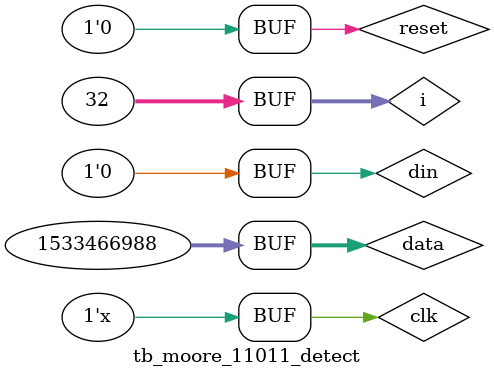
<source format=v>
module moore_11011_detect(clk,reset,din,y
    );
	 input clk,din,reset;
	 output reg y;
	 reg [2:0] cst,nst;
	 parameter s0=3'b000,s1=3'b001,s2=3'b010,s3=3'b011,s4=3'b100,s5=3'b101;
	 always @(posedge clk)
	   begin
		  if(reset==1'b1) 
		   cst<=s0;
		  else
		    cst<=nst;
		  end
		
	always @(din or cst)
	begin
	   case(cst)
		 s0: begin
		       if(din==1'b1)
				   begin
					  nst=s1;
					  y=1'b0;
					 end
					else
					 begin
					  nst=s0;
					  y=1'b0;
					 end
				end
		 s1: begin
		       if(din==1'b1)
				   begin
					  nst=s2;
					  y=1'b0;
					 end
					else
					 begin
					  nst=s0;
					  y=1'b0;
					 end
				end
		 s2: begin
		       if(din==1'b0)
				   begin
					  nst=s3;
					  y=1'b0;
					 end
					else
					 begin
					  nst=s2;
					  y=1'b0;
					 end
				end
		 s3: begin
		       if(din==1'b1)
				   begin
					  nst=s4;
					  y=1'b0;
					 end
					else
					 begin
					  nst=s0;
					  y=1'b0;
					 end
				end
		 s4: begin
		       if(din==1'b1)
				   begin
					  nst=s5;
					  y=1'b0;
					 end
					else
					 begin
					  nst=s0;
					  y=1'b0;
					 end
				end
		 s5: begin
		       if(din==1'b1)
				   begin
					  nst=s2;
					   y=1'b1;
					 end
					else
					 begin
					  nst=s3;
					  y=1'b0;
					 end
				end
		endcase
	end
endmodule

module tb_moore_11011_detect;

	// Inputs
	reg clk;
	reg reset;
	reg din;
   reg [31:0]data;
	integer i;
	// Outputs
	wire y;

	// Instantiate the Unit Under Test (UUT)
	moore_11011_detect uut (
		.clk(clk), 
		.reset(reset), 
		.din(din), 
		.y(y)
	);

	initial 
	   begin
		  clk=1'b0;
		  reset=1'b1;#15
		  reset=1'b0;
		 end
	always #5 clk=~clk;
	initial 
	  begin
	    data=32'b01011011011001101101100101101100;
		 #15;
	    for(i=0;i<32;i=i+1)
		  begin
		    din=data[31-i];#10;
			end
		   
		end

      
endmodule


</source>
